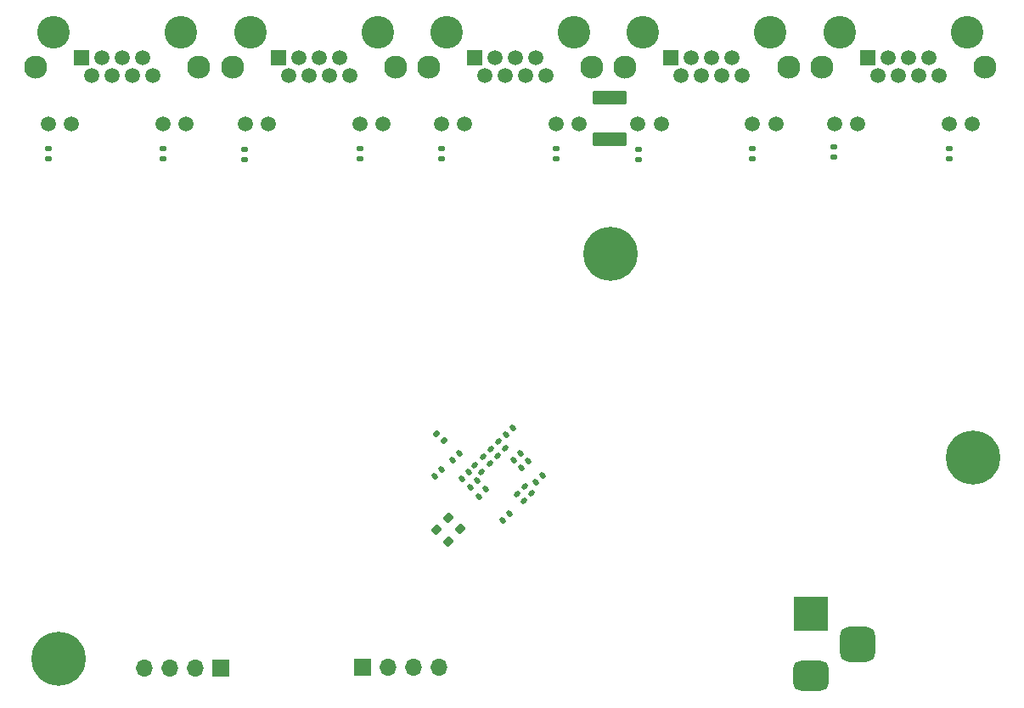
<source format=gbs>
G04 #@! TF.GenerationSoftware,KiCad,Pcbnew,(7.0.0)*
G04 #@! TF.CreationDate,2023-06-14T17:50:15+02:00*
G04 #@! TF.ProjectId,Switch ETHERNET,53776974-6368-4204-9554-4845524e4554,rev?*
G04 #@! TF.SameCoordinates,Original*
G04 #@! TF.FileFunction,Soldermask,Bot*
G04 #@! TF.FilePolarity,Negative*
%FSLAX46Y46*%
G04 Gerber Fmt 4.6, Leading zero omitted, Abs format (unit mm)*
G04 Created by KiCad (PCBNEW (7.0.0)) date 2023-06-14 17:50:15*
%MOMM*%
%LPD*%
G01*
G04 APERTURE LIST*
G04 Aperture macros list*
%AMRoundRect*
0 Rectangle with rounded corners*
0 $1 Rounding radius*
0 $2 $3 $4 $5 $6 $7 $8 $9 X,Y pos of 4 corners*
0 Add a 4 corners polygon primitive as box body*
4,1,4,$2,$3,$4,$5,$6,$7,$8,$9,$2,$3,0*
0 Add four circle primitives for the rounded corners*
1,1,$1+$1,$2,$3*
1,1,$1+$1,$4,$5*
1,1,$1+$1,$6,$7*
1,1,$1+$1,$8,$9*
0 Add four rect primitives between the rounded corners*
20,1,$1+$1,$2,$3,$4,$5,0*
20,1,$1+$1,$4,$5,$6,$7,0*
20,1,$1+$1,$6,$7,$8,$9,0*
20,1,$1+$1,$8,$9,$2,$3,0*%
G04 Aperture macros list end*
%ADD10C,0.800000*%
%ADD11C,5.400000*%
%ADD12R,1.700000X1.700000*%
%ADD13O,1.700000X1.700000*%
%ADD14C,3.250000*%
%ADD15R,1.500000X1.500000*%
%ADD16C,1.500000*%
%ADD17C,2.300000*%
%ADD18R,3.500000X3.500000*%
%ADD19RoundRect,0.750000X1.000000X-0.750000X1.000000X0.750000X-1.000000X0.750000X-1.000000X-0.750000X0*%
%ADD20RoundRect,0.875000X0.875000X-0.875000X0.875000X0.875000X-0.875000X0.875000X-0.875000X-0.875000X0*%
%ADD21RoundRect,0.135000X-0.185000X0.135000X-0.185000X-0.135000X0.185000X-0.135000X0.185000X0.135000X0*%
%ADD22RoundRect,0.140000X-0.219203X-0.021213X-0.021213X-0.219203X0.219203X0.021213X0.021213X0.219203X0*%
%ADD23RoundRect,0.140000X-0.021213X0.219203X-0.219203X0.021213X0.021213X-0.219203X0.219203X-0.021213X0*%
%ADD24RoundRect,0.200000X-0.335876X-0.053033X-0.053033X-0.335876X0.335876X0.053033X0.053033X0.335876X0*%
%ADD25RoundRect,0.249999X-1.450001X0.450001X-1.450001X-0.450001X1.450001X-0.450001X1.450001X0.450001X0*%
%ADD26RoundRect,0.140000X0.021213X-0.219203X0.219203X-0.021213X-0.021213X0.219203X-0.219203X0.021213X0*%
%ADD27RoundRect,0.140000X0.219203X0.021213X0.021213X0.219203X-0.219203X-0.021213X-0.021213X-0.219203X0*%
%ADD28RoundRect,0.135000X0.226274X0.035355X0.035355X0.226274X-0.226274X-0.035355X-0.035355X-0.226274X0*%
G04 APERTURE END LIST*
D10*
X244043109Y-74068109D03*
X244636218Y-72636218D03*
X244636218Y-75500000D03*
X246068109Y-72043109D03*
D11*
X246068109Y-74068109D03*
D10*
X246068109Y-76093109D03*
X247500000Y-72636218D03*
X247500000Y-75500000D03*
X248093109Y-74068109D03*
D12*
X171058999Y-95082799D03*
D13*
X168518999Y-95082799D03*
X165978999Y-95082799D03*
X163438999Y-95082799D03*
D14*
X154404000Y-31690000D03*
X167104000Y-31690000D03*
D15*
X157193999Y-34229999D03*
D16*
X158210000Y-36010000D03*
X159226000Y-34230000D03*
X160242000Y-36010000D03*
X161258000Y-34230000D03*
X162274000Y-36010000D03*
X163290000Y-34230000D03*
X164306000Y-36010000D03*
X153894000Y-40830000D03*
X156184000Y-40830000D03*
X165324000Y-40830000D03*
X167614000Y-40830000D03*
D17*
X152624000Y-35120000D03*
X168884000Y-35120000D03*
D14*
X173992000Y-31690000D03*
X186692000Y-31690000D03*
D15*
X176781999Y-34229999D03*
D16*
X177798000Y-36010000D03*
X178814000Y-34230000D03*
X179830000Y-36010000D03*
X180846000Y-34230000D03*
X181862000Y-36010000D03*
X182878000Y-34230000D03*
X183894000Y-36010000D03*
X173482000Y-40830000D03*
X175772000Y-40830000D03*
X184912000Y-40830000D03*
X187202000Y-40830000D03*
D17*
X172212000Y-35120000D03*
X188472000Y-35120000D03*
D18*
X229869999Y-89661999D03*
D19*
X229870000Y-95862000D03*
D20*
X234570000Y-92662000D03*
D12*
X185165999Y-94955799D03*
D13*
X187705999Y-94955799D03*
X190245999Y-94955799D03*
X192785999Y-94955799D03*
D14*
X232750000Y-31690000D03*
X245450000Y-31690000D03*
D15*
X235539999Y-34229999D03*
D16*
X236556000Y-36010000D03*
X237572000Y-34230000D03*
X238588000Y-36010000D03*
X239604000Y-34230000D03*
X240620000Y-36010000D03*
X241636000Y-34230000D03*
X242652000Y-36010000D03*
X232240000Y-40830000D03*
X234530000Y-40830000D03*
X243670000Y-40830000D03*
X245960000Y-40830000D03*
D17*
X230970000Y-35120000D03*
X247230000Y-35120000D03*
D14*
X213176000Y-31690000D03*
X225876000Y-31690000D03*
D15*
X215965999Y-34229999D03*
D16*
X216982000Y-36010000D03*
X217998000Y-34230000D03*
X219014000Y-36010000D03*
X220030000Y-34230000D03*
X221046000Y-36010000D03*
X222062000Y-34230000D03*
X223078000Y-36010000D03*
X212666000Y-40830000D03*
X214956000Y-40830000D03*
X224096000Y-40830000D03*
X226386000Y-40830000D03*
D17*
X211396000Y-35120000D03*
X227656000Y-35120000D03*
D10*
X152900000Y-94150000D03*
X153493109Y-92718109D03*
X153493109Y-95581891D03*
X154925000Y-92125000D03*
D11*
X154925000Y-94150000D03*
D10*
X154925000Y-96175000D03*
X156356891Y-92718109D03*
X156356891Y-95581891D03*
X156950000Y-94150000D03*
D14*
X193590000Y-31690000D03*
X206290000Y-31690000D03*
D15*
X196379999Y-34229999D03*
D16*
X197396000Y-36010000D03*
X198412000Y-34230000D03*
X199428000Y-36010000D03*
X200444000Y-34230000D03*
X201460000Y-36010000D03*
X202476000Y-34230000D03*
X203492000Y-36010000D03*
X193080000Y-40830000D03*
X195370000Y-40830000D03*
X204510000Y-40830000D03*
X206800000Y-40830000D03*
D17*
X191810000Y-35120000D03*
X208070000Y-35120000D03*
D10*
X207906891Y-53718109D03*
X208500000Y-52286218D03*
X208500000Y-55150000D03*
X209931891Y-51693109D03*
D11*
X209931891Y-53718109D03*
D10*
X209931891Y-55743109D03*
X211363782Y-52286218D03*
X211363782Y-55150000D03*
X211956891Y-53718109D03*
D21*
X212670000Y-43315600D03*
X212670000Y-44335600D03*
X204520800Y-43264800D03*
X204520800Y-44284800D03*
D22*
X198745789Y-72470189D03*
X199424611Y-73149011D03*
D21*
X184912000Y-43214000D03*
X184912000Y-44234000D03*
X243687600Y-43214000D03*
X243687600Y-44234000D03*
D23*
X193100011Y-75286989D03*
X192421189Y-75965811D03*
D21*
X193090800Y-43214000D03*
X193090800Y-44234000D03*
D24*
X193750000Y-80050000D03*
X194916726Y-81216726D03*
D21*
X232206800Y-43112400D03*
X232206800Y-44132400D03*
D23*
X200186611Y-71070589D03*
X199507789Y-71749411D03*
D21*
X165303200Y-43264800D03*
X165303200Y-44284800D03*
D22*
X196408989Y-74804389D03*
X197087811Y-75483211D03*
D25*
X209800000Y-38200000D03*
X209800000Y-42300000D03*
D26*
X195062789Y-76194411D03*
X195741611Y-75515589D03*
D23*
X203183811Y-75845789D03*
X202504989Y-76524611D03*
X200948611Y-73610589D03*
X200269789Y-74289411D03*
D21*
X173431200Y-43366400D03*
X173431200Y-44386400D03*
D26*
X195926389Y-77058011D03*
X196605211Y-76379189D03*
D23*
X201710611Y-74372589D03*
X201031789Y-75051411D03*
D26*
X196789989Y-77921611D03*
X197468811Y-77242789D03*
D27*
X202066211Y-77642211D03*
X201387389Y-76963389D03*
D24*
X192550000Y-81250000D03*
X193716726Y-82416726D03*
D28*
X193294000Y-72400600D03*
X192572752Y-71679352D03*
D22*
X197221789Y-73982378D03*
X197900611Y-74661200D03*
D21*
X224078800Y-43264800D03*
X224078800Y-44284800D03*
D22*
X197983789Y-73226989D03*
X198662611Y-73905811D03*
D21*
X153873200Y-43264800D03*
X153873200Y-44284800D03*
D26*
X194196589Y-74289411D03*
X194875411Y-73610589D03*
X199202989Y-80334611D03*
X199881811Y-79655789D03*
D27*
X201320400Y-78369600D03*
X200641578Y-77690778D03*
M02*

</source>
